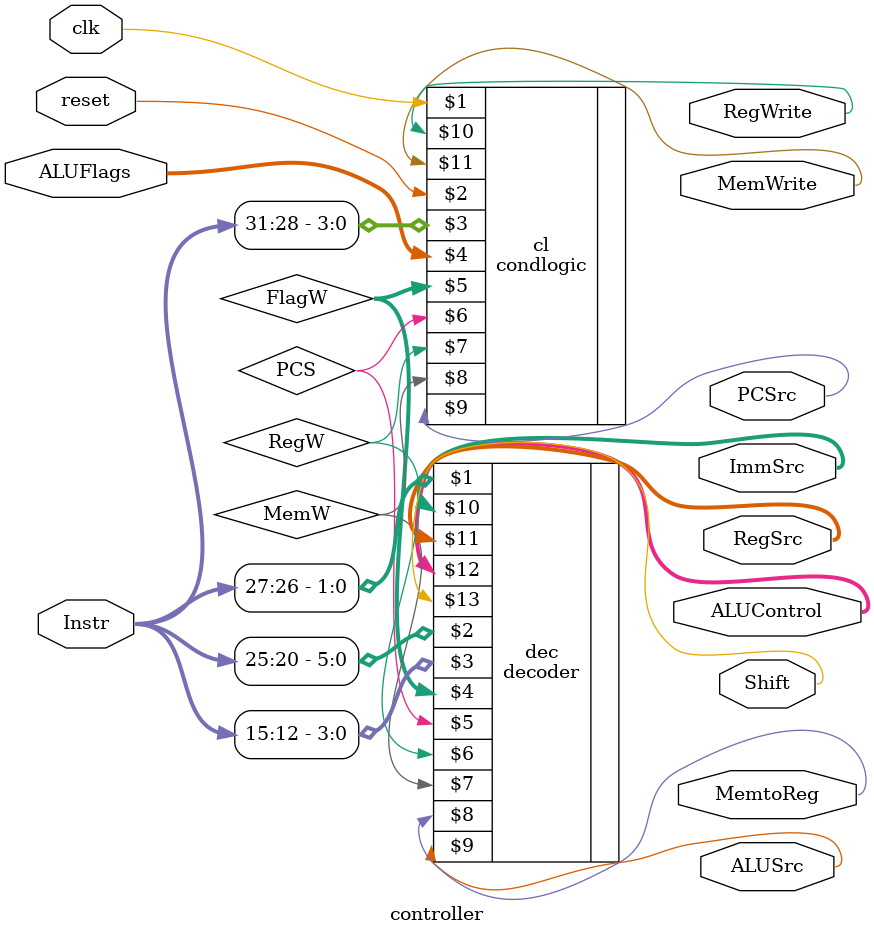
<source format=sv>
/*
 * This module is the Control Unit of ARM single-cycle processor
 */ 
module controller(input logic clk, reset,
						input logic [31:12] Instr,
						input logic [3:0] ALUFlags,
						output logic [1:0] RegSrc,
						output logic RegWrite,
						output logic [1:0] ImmSrc,
						output logic ALUSrc,
						output logic [1:0] ALUControl,
						output logic MemWrite, MemtoReg,
						output logic PCSrc,
						output logic Shift
						//output logic Shift //LSL, LSR, ROR Y ASR
						//output logic MOV
						//output logic B
						);
						
	logic [1:0] FlagW;
	logic PCS, RegW, MemW;
	//logic NoWrite; // LSL, LSR, ASR, ROR

	decoder dec(Instr[27:26], Instr[25:20], Instr[15:12],
					FlagW, PCS, RegW, MemW,
					MemtoReg, ALUSrc, ImmSrc, RegSrc, ALUControl/*,NoWrite*/, Shift);

	condlogic cl(clk, reset, Instr[31:28], ALUFlags,
					FlagW, PCS, RegW, MemW,
					PCSrc, RegWrite, MemWrite /*, NoWrite*/);

endmodule

</source>
